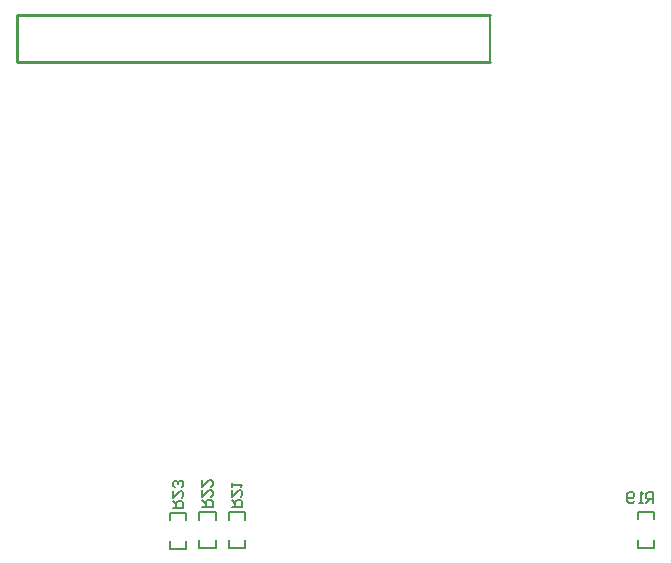
<source format=gbo>
%FSTAX24Y24*%
%MOMM*%
%SFA1B1*%

%IPPOS*%
%ADD38C,0.250000*%
%ADD44C,0.180000*%
%ADD45C,0.200000*%
%ADD46C,0.170000*%
%LNgateway-1*%
%LPD*%
G54D38*
X105499Y495499D02*
X505499D01*
X105499Y535499D02*
X505499D01*
X105499Y495499D02*
Y535499D01*
G54D44*
X630599Y084499D02*
Y091099D01*
Y084499D02*
X644399D01*
Y091099*
Y108399D02*
Y114999D01*
X630599D02*
X644399D01*
X630599Y108399D02*
Y114999D01*
X284599Y083999D02*
Y090599D01*
Y083999D02*
X298399D01*
Y090599*
Y107899D02*
Y114499D01*
X284599D02*
X298399D01*
X284599Y107899D02*
Y114499D01*
X259299Y083999D02*
Y090599D01*
Y083999D02*
X273199D01*
Y090599*
Y107899D02*
Y114499D01*
X259299D02*
X273199D01*
X259299Y107899D02*
Y114499D01*
X234299Y083799D02*
Y090399D01*
Y083799D02*
X248199D01*
Y090399*
Y107599D02*
Y114199D01*
X234299D02*
X248199D01*
X234299Y107599D02*
Y114199D01*
G54D45*
X505499Y495499D02*
Y535499D01*
G54D46*
X287299Y118999D02*
X295899D01*
Y123299*
X294499Y124799*
X291599*
X290099Y123299*
Y118999*
Y121899D02*
X287299Y124799D01*
Y133399D02*
Y127599D01*
X292999Y133399*
X294499*
X295899Y131999*
Y129099*
X294499Y127599*
X287299Y136299D02*
Y139199D01*
Y137699*
X295899*
X294499Y136299*
X261999Y118799D02*
X270699D01*
Y123099*
X269199Y124499*
X266299*
X264899Y123099*
Y118799*
Y121599D02*
X261999Y124499D01*
Y133099D02*
Y127399D01*
X267799Y133099*
X269199*
X270699Y131699*
Y128799*
X269199Y127399*
X261999Y141799D02*
Y135999D01*
X267799Y141799*
X269199*
X270699Y140299*
Y137499*
X269199Y135999*
X237299Y118199D02*
X245899D01*
Y122599*
X244499Y123999*
X241599*
X240099Y122599*
Y118199*
Y121099D02*
X237299Y123999D01*
Y132599D02*
Y126899D01*
X242999Y132599*
X244499*
X245899Y131199*
Y128299*
X244499Y126899*
Y135499D02*
X245899Y136999D01*
Y139799*
X244499Y141299*
X242999*
X241599Y139799*
Y138399*
Y139799*
X240099Y141299*
X238699*
X237299Y139799*
Y136999*
X238699Y135499*
X643599Y122699D02*
Y131299D01*
X639299*
X637899Y129899*
Y127*
X639299Y125599*
X643599*
X640799D02*
X637899Y122699D01*
X635D02*
X632099D01*
X633599*
Y131299*
X635Y129899*
X627799Y124099D02*
X626399Y122699D01*
X623499*
X621999Y124099*
Y129899*
X623499Y131299*
X626399*
X627799Y129899*
Y128399*
X626399Y127*
X621999*
M02*
</source>
